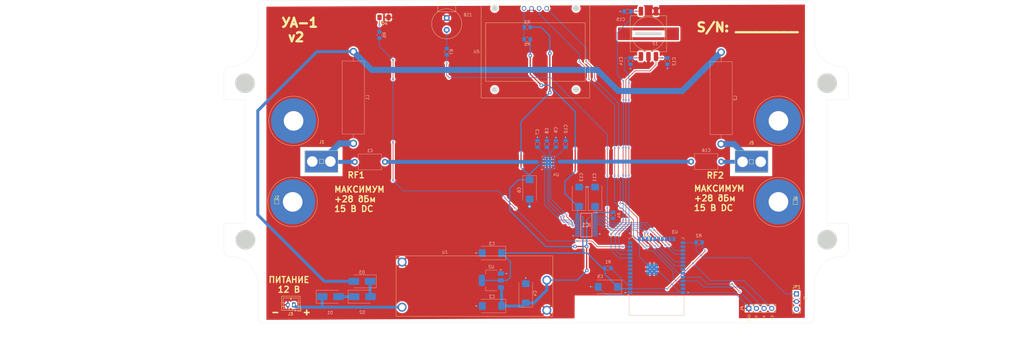
<source format=kicad_pcb>
(kicad_pcb (version 20240108) (generator "pcbnew") (generator_version "8.0")
  (layers (0 "F.Cu" signal) (31 "B.Cu" signal) (34 "B.Paste" user) (35 "F.Paste" user) (36 "B.SilkS" user "B.Silkscreen") (37 "F.SilkS" user "F.Silkscreen") (38 "B.Mask" user) (39 "F.Mask" user) (44 "Edge.Cuts" user))
  (net 0 "")
  (net 1 "Net-(BZ1--)")
  (net 2 "GND")
  (net 3 "Net-(U4-RF1)")
  (net 4 "Net-(J1-Pin_1)")
  (net 5 "+5V")
  (net 6 "+3.3V")
  (net 7 "Net-(U4-AGC1)")
  (net 8 "Net-(U4-AGC5)")
  (net 9 "Net-(U4-AGC6)")
  (net 10 "Net-(U4-AGC7)")
  (net 11 "/ENC_B")
  (net 12 "/ENC_A")
  (net 13 "/ENC_BTN")
  (net 14 "Net-(U4-RF2)")
  (net 15 "Net-(J5-Pin_1)")
  (net 16 "Net-(D1-A)")
  (net 17 "Net-(D1-K)")
  (net 18 "Net-(D2-A)")
  (net 19 "/Vline")
  (net 20 "Net-(D4-A)")
  (net 24 "/SI_5V")
  (net 27 "/LE_3V")
  (net 28 "/SH_CLK_3V")
  (net 30 "/RESET_3V")
  (net 31 "Net-(IC1-DIR)")
  (net 32 "/LE_5V")
  (net 33 "/SI_3V")
  (net 35 "/RESET_5V")
  (net 37 "/SH_CLK_5V")
  (net 38 "/TX0")
  (net 39 "/RX0")
  (net 40 "Net-(JP1-A)")
  (net 42 "Net-(U3-EN)")
  (net 43 "Net-(U5-VCC)")
  (net 44 "/LED")
  (net 45 "/BUZ")
  (net 46 "/OLED_SCL")
  (net 50 "/OLED_SDA")
  (footprint "Connector_PinHeader_2.54mm:PinHeader_1x03_P2.54mm_Vertical" (layer "F.Cu") (at 237.8 134.575)
    (property "Reference" "JP1")
    (property "Value" "PLS-3")
  )
  (footprint "Alexeyj4:MPN" (layer "F.Cu") (at 131 132)
    (property "Reference" "U1")
    (property "Value" "MP-N")
  )
  (footprint "Alexeyj4:OLED I2C" (layer "F.Cu") (at 151.2 53.5)
    (property "Reference" "U5")
    (property "Value" "OLED")
    (fp_circle (center -13.5 -13.75) (end -12.5 -13.75) (stroke (width 0.05)) (fill solid) (layer "Edge.Cuts"))
    (fp_circle (center -13.5 13.25) (end -12.5 13.25) (stroke (width 0.05)) (fill solid) (layer "Edge.Cuts"))
    (fp_circle (center 13.5 -13.75) (end 14.5 -13.75) (stroke (width 0.05)) (fill solid) (layer "Edge.Cuts"))
    (fp_circle (center 13.5 13.25) (end 14.5 13.25) (stroke (width 0.05)) (fill solid) (layer "Edge.Cuts"))
  )
  (footprint "TestPoint:TestPoint_Pad_1.0x1.0mm" (layer "F.Cu") (at 65.4 104)
    (property "Reference" "J2")
    (property "Value" "RF_base_gnd")
  )
  (footprint "Alexeyj4:HC0903A" (layer "F.Cu") (at 121.8 44.9)
    (property "Reference" "BZ1")
    (property "Value" "Buzzer")
  )
  (footprint "TestPoint:TestPoint_Pad_1.0x1.0mm" (layer "F.Cu") (at 222.8 90.7)
    (property "Reference" "J5")
    (property "Value" "RF_mine")
  )
  (footprint "TestPoint:TestPoint_Pad_1.0x1.0mm" (layer "F.Cu") (at 80.3 90.6)
    (property "Reference" "J1")
    (property "Value" "RF_base")
  )
  (footprint "LED_SMD:LED_1206_3216Metric_Pad1.42x1.75mm_HandSolder" (layer "F.Cu") (at 101 42.75 180)
    (property "Reference" "D4")
    (property "Value" "LED")
  )
  (footprint "Alexeyj4:RotaryEncoder EC11 SMD" (layer "F.Cu") (at 188.7 48.2)
    (property "Reference" "S1")
    (property "Value" "EC11")
    (fp_poly (pts (arc (start -4.025 0.475) (mid -4.5 0) (end -4.025 -0.475)) (arc (start 4.025 -0.475) (mid 4.5 0) (end 4.025 0.475))) (fill solid) (layer "Edge.Cuts"))
  )
  (footprint "TestPoint:TestPoint_Pad_1.0x1.0mm" (layer "F.Cu") (at 237.4 104.2)
    (property "Reference" "J6")
    (property "Value" "RF_mine_gnd")
  )
  (footprint "Connector_JST:JST_PH_B2B-PH-K_1x02_P2.00mm_Vertical" (layer "F.Cu") (at 71.1 138.25 180)
    (property "Reference" "J3")
    (property "Value" "12V")
  )
  (footprint "Connector_PinHeader_2.54mm:PinHeader_1x04_P2.54mm_Vertical" (layer "F.Cu") (at 221.98 139.4 90)
    (property "Reference" "J4")
    (property "Value" "UART_FW")
  )
  (footprint "Resistor_SMD:R_0805_2012Metric_Pad1.20x1.40mm_HandSolder" (layer "B.Cu") (at 177 108.5 90)
    (property "Reference" "R4")
    (property "Value" "1 кОм")
  )
  (footprint "Diode_SMD:D_SMB_Handsoldering" (layer "B.Cu") (at 83.2 135.5)
    (property "Reference" "D1")
    (property "Value" "10BQ040")
  )
  (footprint "Capacitor_SMD:C_0805_2012Metric_Pad1.18x1.45mm_HandSolder" (layer "B.Cu") (at 182.75 57.25 -90)
    (property "Reference" "C14")
    (property "Value" "100 нФ")
  )
  (footprint "Capacitor_THT:C_Disc_D7.5mm_W5.0mm_P10.00mm" (layer "B.Cu") (at 212.85 90.65 180)
    (property "Reference" "C16")
    (property "Value" "2,2 нФ")
  )
  (footprint "Capacitor_Tantalum_SMD:CP_EIA-7343-31_Kemet-D_Pad2.25x2.55mm_HandSolder" (layer "B.Cu") (at 175.25 132.25 180)
    (property "Reference" "C5")
    (property "Value" "47 мкФ")
  )
  (footprint "Resistor_SMD:R_0805_2012Metric_Pad1.20x1.40mm_HandSolder" (layer "B.Cu") (at 148.5 46 180)
    (property "Reference" "R3")
    (property "Value" "0 Ом")
  )
  (footprint "Capacitor_SMD:C_0805_2012Metric_Pad1.18x1.45mm_HandSolder" (layer "B.Cu") (at 158 84.8 90)
    (property "Reference" "C9")
    (property "Value" "330 пФ")
  )
  (footprint "Capacitor_Tantalum_SMD:CP_EIA-7343-31_Kemet-D_Pad2.25x2.55mm_HandSolder" (layer "B.Cu") (at 171 102.3 90)
    (property "Reference" "C11")
    (property "Value" "47 мкФ")
  )
  (footprint "Resistor_SMD:R_0805_2012Metric_Pad1.20x1.40mm_HandSolder" (layer "B.Cu") (at 175.25 126)
    (property "Reference" "R1")
    (property "Value" "10 кОм")
  )
  (footprint "Capacitor_SMD:C_0805_2012Metric_Pad1.18x1.45mm_HandSolder" (layer "B.Cu") (at 155 84.8 90)
    (property "Reference" "C8")
    (property "Value" "330 пФ")
  )
  (footprint "Diode_SMD:D_SMB_Handsoldering" (layer "B.Cu") (at 93.7 130.4 180)
    (property "Reference" "D3")
    (property "Value" "10BQ040")
  )
  (footprint "Capacitor_Tantalum_SMD:CP_EIA-7343-31_Kemet-D_Pad2.25x2.55mm_HandSolder" (layer "B.Cu") (at 148 134.4 90)
    (property "Reference" "C4")
    (property "Value" "47 мкФ")
  )
  (footprint "RF_Module:ESP32-WROOM-32D" (layer "B.Cu") (at 191.4 125.855)
    (property "Reference" "U3")
    (property "Value" "ESP32-WROOM-32E")
  )
  (footprint "Diode_SMD:D_SMB_Handsoldering" (layer "B.Cu") (at 93.8 135.5)
    (property "Reference" "D2")
    (property "Value" "10BQ040")
  )
  (footprint "Package_TO_SOT_SMD:SOT-223-3_TabPin2" (layer "B.Cu") (at 136.6 130.1 180)
    (property "Reference" "U2")
    (property "Value" "AMS1117-3.3")
  )
  (footprint "Package_DFN_QFN:QFN-24-1EP_4x4mm_P0.5mm_EP2.6x2.6mm_ThermalVias" (layer "B.Cu") (at 155.5 90.95)
    (property "Reference" "U4")
    (property "Value" "HMC542BLP4ETR")
  )
  (footprint "Resistor_SMD:R_0805_2012Metric_Pad1.20x1.40mm_HandSolder" (layer "B.Cu") (at 121.8 54.15 90)
    (property "Reference" "R7")
    (property "Value" "100 Ом")
  )
  (footprint "Inductor_THT:L_Axial_L24.0mm_D7.1mm_P30.48mm_Horizontal_Vishay_IM-10-28" (layer "B.Cu") (at 90.85 84.595 90)
    (property "Reference" "L1")
    (property "Value" "4 мГн мин.")
  )
  (footprint "Capacitor_Tantalum_SMD:CP_EIA-7343-31_Kemet-D_Pad2.25x2.55mm_HandSolder" (layer "B.Cu") (at 136.8 138.6 180)
    (property "Reference" "C2")
    (property "Value" "47 мкФ")
  )
  (footprint "Resistor_SMD:R_0805_2012Metric_Pad1.20x1.40mm_HandSolder" (layer "B.Cu") (at 99.5 48.6 90)
    (property "Reference" "R6")
    (property "Value" "1 кОм")
  )
  (footprint "Capacitor_SMD:C_0805_2012Metric_Pad1.18x1.45mm_HandSolder" (layer "B.Cu") (at 181.75 40.75 180)
    (property "Reference" "C15")
    (property "Value" "100 нФ")
  )
  (footprint "Capacitor_Tantalum_SMD:CP_EIA-7343-31_Kemet-D_Pad2.25x2.55mm_HandSolder" (layer "B.Cu") (at 165.7 102.3 90)
    (property "Reference" "C13")
    (property "Value" "47 мкФ")
  )
  (footprint "Inductor_THT:L_Axial_L24.0mm_D7.1mm_P30.48mm_Horizontal_Vishay_IM-10-28" (layer "B.Cu") (at 212.8 84.795 90)
    (property "Reference" "L2")
    (property "Value" "4 мГн мин.")
  )
  (footprint "Capacitor_Tantalum_SMD:CP_EIA-7343-31_Kemet-D_Pad2.25x2.55mm_HandSolder" (layer "B.Cu") (at 149.3 99.9 -90)
    (property "Reference" "C6")
    (property "Value" "47 мкФ")
  )
  (footprint "Capacitor_SMD:C_0805_2012Metric_Pad1.18x1.45mm_HandSolder" (layer "B.Cu") (at 161.2 84.8 90)
    (property "Reference" "C10")
    (property "Value" "330 пФ")
  )
  (footprint "Resistor_SMD:R_0805_2012Metric_Pad1.20x1.40mm_HandSolder" (layer "B.Cu") (at 205.5 117.5)
    (property "Reference" "R2")
    (property "Value" "10 кОм")
  )
  (footprint "Alexeyj4:SOP65P640X110-24N" (layer "B.Cu") (at 168.1 111.7 180)
    (property "Reference" "IC1")
    (property "Value" "74LVC4245APW,112" (hide yes))
  )
  (footprint "Capacitor_SMD:C_0805_2012Metric_Pad1.18x1.45mm_HandSolder" (layer "B.Cu") (at 195 57.25 -90)
    (property "Reference" "C12")
    (property "Value" "100 нФ")
  )
  (footprint "Capacitor_SMD:C_0805_2012Metric_Pad1.18x1.45mm_HandSolder" (layer "B.Cu") (at 151.9 84.8 90)
    (property "Reference" "C7")
    (property "Value" "330 пФ")
  )
  (footprint "Capacitor_THT:C_Disc_D7.5mm_W5.0mm_P10.00mm" (layer "B.Cu") (at 101.3 90.75 180)
    (property "Reference" "C1")
    (property "Value" "2,2 нФ")
  )
  (footprint "Resistor_SMD:R_0805_2012Metric_Pad1.20x1.40mm_HandSolder" (layer "B.Cu") (at 148.5 50)
    (property "Reference" "R5")
    (property "Value" "NU")
  )
  (footprint "Capacitor_Tantalum_SMD:CP_EIA-7343-31_Kemet-D_Pad2.25x2.55mm_HandSolder" (layer "B.Cu") (at 136.8 121 180)
    (property "Reference" "C3")
    (property "Value" "47 мкФ")
  )
  (gr_rect (start 217.5 87.1) (end 228.3 94.2) (stroke (width 0.2)) (fill solid) (layer "F.Cu") (net 15))
  (gr_rect (start 74.8 87.1) (end 85.6 94.2) (stroke (width 0.2)) (fill solid) (layer "F.Cu") (net 4))
  (gr_rect (start 217.5 87.1) (end 228.3 94.2) (stroke (width 0.2)) (fill solid) (layer "B.Cu") (net 15))
  (gr_rect (start 74.8 87.1) (end 85.6 94.2) (stroke (width 0.2)) (fill solid) (layer "B.Cu") (net 4))
  (gr_circle (center 71 77.143144) (end 78.3 80.893144) (stroke (width 0.1)) (fill none) (layer "F.SilkS"))
  (gr_circle (center 231.8 104.093144) (end 239.1 107.843144) (stroke (width 0.1)) (fill none) (layer "F.SilkS"))
  (gr_circle (center 70.7 104.043144) (end 78 107.793144) (stroke (width 0.1)) (fill none) (layer "F.SilkS"))
  (gr_rect (start 74.7 86.95) (end 85.8 94.3) (stroke (width 0.1)) (fill none) (layer "F.SilkS"))
  (gr_rect (start 217.35 87) (end 228.4 94.15) (stroke (width 0.1)) (fill none) (layer "F.SilkS"))
  (gr_circle (center 231.85 77.1) (end 239.15 80.85) (stroke (width 0.1)) (fill none) (layer "F.SilkS"))
  (gr_arc (start 252.906461 59.102461) (mid 246.440716 56.424229) (end 243.762461 49.958461) (stroke (width 0.05)) (layer "Edge.Cuts"))
  (gr_line (start 59.104461 49.958461) (end 59.104461 39.036461) (stroke (width 0.05)) (layer "Edge.Cuts"))
  (gr_line (start 254.938461 61.134461) (end 254.938461 70.075261) (stroke (width 0.05)) (layer "Edge.Cuts"))
  (gr_line (start 254.938461 111.121661) (end 254.938461 120.062461) (stroke (width 0.05)) (layer "Edge.Cuts"))
  (gr_arc (start 47.928461 61.134461) (mid 48.524 59.698) (end 49.960461 59.102461) (stroke (width 0.05)) (layer "Edge.Cuts"))
  (gr_line (start 243.762461 39.036461) (end 243.762461 49.958461) (stroke (width 0.05)) (layer "Edge.Cuts"))
  (gr_line (start 243.762461 131.238461) (end 243.762461 142.160461) (stroke (width 0.05)) (layer "Edge.Cuts"))
  (gr_line (start 55.040461 111.121661) (end 55.040461 70.075261) (stroke (width 0.05)) (layer "Edge.Cuts"))
  (gr_line (start 247.826461 70.075261) (end 247.826461 111.121661) (stroke (width 0.05)) (layer "Edge.Cuts"))
  (gr_line (start 61.136461 37.004461) (end 241.730461 37.004461) (stroke (width 0.05)) (layer "Edge.Cuts"))
  (gr_arc (start 243.762461 131.238461) (mid 246.440676 124.772676) (end 252.906461 122.094461) (stroke (width 0.05)) (layer "Edge.Cuts"))
  (gr_line (start 55.040461 70.075261) (end 47.928461 70.075261) (stroke (width 0.05)) (layer "Edge.Cuts"))
  (gr_circle (center 247.95 116.6) (end 251.2 116.6) (stroke (width 0.05)) (fill solid) (layer "Edge.Cuts"))
  (gr_line (start 247.826461 111.121661) (end 254.938461 111.121661) (stroke (width 0.05)) (layer "Edge.Cuts"))
  (gr_arc (start 243.762461 142.160461) (mid 243.166933 143.596933) (end 241.730461 144.192461) (stroke (width 0.05)) (layer "Edge.Cuts"))
  (gr_line (start 47.928461 70.075261) (end 47.928461 61.134461) (stroke (width 0.05)) (layer "Edge.Cuts"))
  (gr_arc (start 49.960461 122.094461) (mid 56.426245 124.772677) (end 59.104461 131.238461) (stroke (width 0.05)) (layer "Edge.Cuts"))
  (gr_line (start 59.104461 142.160461) (end 59.104461 131.238461) (stroke (width 0.05)) (layer "Edge.Cuts"))
  (gr_line (start 47.928461 111.121661) (end 55.040461 111.121661) (stroke (width 0.05)) (layer "Edge.Cuts"))
  (gr_arc (start 241.730461 37.004461) (mid 243.167341 37.599604) (end 243.762461 39.036461) (stroke (width 0.05)) (layer "Edge.Cuts"))
  (gr_arc (start 252.906461 59.102461) (mid 254.343341 59.697604) (end 254.938461 61.134461) (stroke (width 0.05)) (layer "Edge.Cuts"))
  (gr_arc (start 61.136461 144.192461) (mid 59.699999 143.596922) (end 59.104461 142.160461) (stroke (width 0.05)) (layer "Edge.Cuts"))
  (gr_arc (start 59.104461 39.036461) (mid 59.7 37.6) (end 61.136461 37.004461) (stroke (width 0.05)) (layer "Edge.Cuts"))
  (gr_line (start 47.928461 120.062461) (end 47.928461 111.121661) (stroke (width 0.05)) (layer "Edge.Cuts"))
  (gr_arc (start 254.938461 120.062461) (mid 254.342933 121.498933) (end 252.906461 122.094461) (stroke (width 0.05)) (layer "Edge.Cuts"))
  (gr_circle (center 247.95 64.6) (end 251.2 64.6) (stroke (width 0.05)) (fill solid) (layer "Edge.Cuts"))
  (gr_arc (start 59.104461 49.958461) (mid 56.426245 56.424245) (end 49.960461 59.102461) (stroke (width 0.05)) (layer "Edge.Cuts"))
  (gr_line (start 241.730461 144.192461) (end 61.136461 144.192461) (stroke (width 0.05)) (layer "Edge.Cuts"))
  (gr_arc (start 49.960461 122.094461) (mid 48.524 121.498922) (end 47.928461 120.062461) (stroke (width 0.05)) (layer "Edge.Cuts"))
  (gr_circle (center 54.9 64.6) (end 58.15 64.6) (stroke (width 0.05)) (fill solid) (layer "Edge.Cuts"))
  (gr_line (start 254.938461 70.075261) (end 247.826461 70.075261) (stroke (width 0.05)) (layer "Edge.Cuts"))
  (gr_circle (center 55.05 116.6) (end 58.3 116.6) (stroke (width 0.05)) (fill solid) (layer "Edge.Cuts"))
  (gr_text "TX" (at 227.55 143.15 90) (layer "F.SilkS") (effects (font (size 0.8 0.8) (thickness 0.1)) (justify left bottom)))
  (gr_text "-" (at 63.4 141.8 0) (layer "F.SilkS") (effects (font (size 2 2) (thickness 0.5) (bold yes)) (justify left bottom)))
  (gr_text "RF1" (at 88.7 96.3 0) (layer "F.SilkS") (effects (font (size 2 2) (thickness 0.4) (bold yes)) (justify left bottom)))
  (gr_text "RF2" (at 207.8 96.4 0) (layer "F.SilkS") (effects (font (size 2 2) (thickness 0.4) (bold yes)) (justify left bottom)))
  (gr_text "МАКСИМУМ\n+28 дБм\n15 В DC" (at 203.6 107.2 0) (layer "F.SilkS") (effects (font (size 2 2) (thickness 0.4) (bold yes)) (justify left bottom)))
  (gr_text "FW" (at 239.95 136.5 0) (layer "F.SilkS") (effects (font (size 0.8 0.8) (thickness 0.1)) (justify left bottom)))
  (gr_text "ПИТАНИЕ\n  12 В" (at 62.5 134.3 0) (layer "F.SilkS") (effects (font (size 2 2) (thickness 0.4) (bold yes)) (justify left bottom)))
  (gr_text "S/N: _________" (at 204.3 47.8 0) (layer "F.SilkS") (effects (font (size 3 3) (thickness 0.75) (bold yes)) (justify left bottom)))
  (gr_text "МАКСИМУМ\n+28 дБм\n15 В DC" (at 84.3 107.5 0) (layer "F.SilkS") (effects (font (size 2 2) (thickness 0.4) (bold yes)) (justify left bottom)))
  (gr_text "RX" (at 224.95 143.3 90) (layer "F.SilkS") (effects (font (size 0.8 0.8) (thickness 0.1)) (justify left bottom)))
  (gr_text "+3" (at 230.25 143.55 90) (layer "F.SilkS") (effects (font (size 0.8 0.8) (thickness 0.1)) (justify left bottom)))
  (gr_text "GND" (at 222.55 143.85 90) (layer "F.SilkS") (effects (font (size 0.8 0.8) (thickness 0.1)) (justify left bottom)))
  (gr_text "УА-1\n v2" (at 66.5 51.1 0) (layer "F.SilkS") (effects (font (size 3 3) (thickness 0.75) (bold yes)) (justify left bottom)))
  (gr_text "+" (at 73.8 141.8 0) (layer "F.SilkS") (effects (font (size 2 2) (thickness 0.5) (bold yes)) (justify left bottom)))
  (segment (start 121.8 46.9) (end 121.8 53.15) (width 0.2) (layer "B.Cu") (net 1))
  (segment (start 188.7 55.7) (end 188.7 57.75) (width 1) (layer "F.Cu") (net 2))
  (segment (start 188.15 58.3) (end 183.9 58.3) (width 0.2) (layer "F.Cu") (net 2))
  (segment (start 183.9 58.3) (end 182.75 59.45) (width 0.2) (layer "F.Cu") (net 2))
  (segment (start 182.75 59.45) (end 182.75 59.8) (width 0.2) (layer "F.Cu") (net 2))
  (segment (start 188.7 57.75) (end 188.15 58.3) (width 0.2) (layer "F.Cu") (net 2))
  (via (at 71.012461 77.119461) (size 15) (drill 6.5) (layers "F.Cu" "B.Cu") (net 2))
  (via (at 231.812461 104.019461) (size 15) (drill 6.5) (layers "F.Cu" "B.Cu") (net 2))
  (via (at 161.2 82.6) (size 0.6) (drill 0.3) (layers "F.Cu" "B.Cu") (net 2))
  (via (at 149.25 105.55) (size 1.2) (drill 0.6) (layers "F.Cu" "B.Cu") (net 2))
  (via (at 179.35 40.75) (size 0.6) (drill 0.3) (layers "F.Cu" "B.Cu") (net 2))
  (via (at 158 82.65) (size 0.6) (drill 0.3) (layers "F.Cu" "B.Cu") (net 2))
  (via (at 169.55 132.2) (size 0.6) (drill 0.3) (layers "F.Cu" "B.Cu") (net 2))
  (via (at 163.75 115.3) (size 0.6) (drill 0.3) (layers "F.Cu" "B.Cu") (net 2))
  (via (at 155 82.6) (size 0.6) (drill 0.3) (layers "F.Cu" "B.Cu") (net 2))
  (via (at 181.05 134.15) (size 0.6) (drill 0.3) (layers "F.Cu" "B.Cu") (net 2))
  (via (at 231.812461 77.119461) (size 15) (drill 6.5) (layers "F.Cu" "B.Cu") (net 2))
  (via (at 151.9 82.55) (size 0.6) (drill 0.3) (layers "F.Cu" "B.Cu") (net 2))
  (via (at 131.55 138.6) (size 0.6) (drill 0.3) (layers "F.Cu" "B.Cu") (net 2))
  (via (at 70.712461 104.019461) (size 15) (drill 6.5) (layers "F.Cu" "B.Cu") (net 2))
  (via (at 148 129.3) (size 0.6) (drill 0.3) (layers "F.Cu" "B.Cu") (net 2))
  (via (at 201.85 134.1) (size 0.6) (drill 0.3) (layers "F.Cu" "B.Cu") (net 2))
  (via (at 182.75 59.8) (size 0.6) (drill 0.3) (layers "F.Cu" "B.Cu") (net 2))
  (via (at 131.5 121) (size 0.6) (drill 0.3) (layers "F.Cu" "B.Cu") (net 2))
  (via (at 195 59.7) (size 0.6) (drill 0.3) (layers "F.Cu" "B.Cu") (net 2))
  (via (at 182.45 114.45) (size 0.6) (drill 0.3) (layers "F.Cu" "B.Cu") (net 2))
  (via (at 172.55 114.65) (size 0.6) (drill 0.3) (layers "F.Cu" "B.Cu") (net 2))
  (via (at 168.35 99.1) (size 0.6) (drill 0.3) (layers "F.Cu" "B.Cu") (net 2))
  (via (at 141.65 127.85) (size 0.6) (drill 0.3) (layers "F.Cu" "B.Cu") (net 2))
  (segment (start 181.045 134.105) (end 181.05 134.1) (width 0.2) (layer "B.Cu") (net 2))
  (segment (start 172.05 132.25) (end 169.6 132.25) (width 0.2) (layer "B.Cu") (net 2))
  (segment (start 182.75 58.2875) (end 182.75 59.8) (width 0.2) (layer "B.Cu") (net 2))
  (segment (start 168.35 99.1) (end 165.7 99.1) (width 0.2) (layer "B.Cu") (net 2))
  (segment (start 155 83.7625) (end 155 82.6) (width 0.2) (layer "B.Cu") (net 2))
  (segment (start 163.775 115.275) (end 163.75 115.3) (width 0.2) (layer "B.Cu") (net 2))
  (segment (start 166.4 109.9) (end 165.925 109.425) (width 0.2) (layer "B.Cu") (net 2))
  (segment (start 169.6 132.25) (end 169.55 132.2) (width 0.2) (layer "B.Cu") (net 2))
  (segment (start 180.7125 40.75) (end 179.35 40.75) (width 0.2) (layer "B.Cu") (net 2))
  (segment (start 139.75 127.8) (end 139.75 127.15) (width 0.2) (layer "B.Cu") (net 2))
  (segment (start 171.038 114.625) (end 172.525 114.625) (width 0.2) (layer "B.Cu") (net 2))
  (segment (start 200.15 134.105) (end 199.2 134.105) (width 0.2) (layer "B.Cu") (net 2))
  (segment (start 139.75 127.8) (end 141.6 127.8) (width 0.2) (layer "B.Cu") (net 2))
  (segment (start 158 83.7625) (end 158 82.65) (width 0.2) (layer "B.Cu") (net 2))
  (segment (start 133.6 121) (end 131.5 121) (width 0.2) (layer "B.Cu") (net 2))
  (segment (start 182.45 114.45) (end 184.345 116.345) (width 0.2) (layer "B.Cu") (net 2))
  (segment (start 185.69 122.175) (end 189.9 126.385) (width 0.2) (layer "B.Cu") (net 2))
  (segment (start 191.48 126.385) (end 189.9 126.385) (width 0.2) (layer "B.Cu") (net 2))
  (segment (start 151.9 83.7625) (end 151.9 82.55) (width 0.2) (layer "B.Cu") (net 2))
  (segment (start 172.525 114.625) (end 172.55 114.65) (width 0.2) (layer "B.Cu") (net 2))
  (segment (start 171.038 115.275) (end 171.038 114.625) (width 0.2) (layer "B.Cu") (net 2))
  (segment (start 166.4 114.9745) (end 166.4 109.9) (width 0.2) (layer "B.Cu") (net 2))
  (segment (start 217.105 134.105) (end 201.855 134.105) (width 0.2) (layer "B.Cu") (net 2))
  (segment (start 165.162 115.275) (end 163.775 115.275) (width 0.2) (layer "B.Cu") (net 2))
  (segment (start 149.3 103.1) (end 149.3 105.5) (width 0.4) (layer "B.Cu") (net 2))
  (segment (start 201.845 134.105) (end 200.15 134.105) (width 0.2) (layer "B.Cu") (net 2))
  (segment (start 185.69 116.345) (end 185.69 122.175) (width 0.2) (layer "B.Cu") (net 2))
  (segment (start 181 134.15) (end 180.3 134.85) (width 0.2) (layer "B.Cu") (net 2))
  (segment (start 195 58.2875) (end 195 59.7) (width 0.2) (layer "B.Cu") (net 2))
  (segment (start 182.65 134.105) (end 200.15 134.105) (width 0.2) (layer "B.Cu") (net 2))
  (segment (start 182.65 134.105) (end 181.045 134.105) (width 0.2) (layer "B.Cu") (net 2))
  (segment (start 166.0995 115.275) (end 166.4 114.9745) (width 0.2) (layer "B.Cu") (net 2))
  (segment (start 133.6 138.6) (end 131.55 138.6) (width 0.2) (layer "B.Cu") (net 2))
  (segment (start 148 131.2) (end 148 129.3) (width 0.2) (layer "B.Cu") (net 2))
  (segment (start 184.345 116.345) (end 185.69 116.345) (width 0.2) (layer "B.Cu") (net 2))
  (segment (start 180.3 134.85) (end 174.65 134.85) (width 0.2) (layer "B.Cu") (net 2))
  (segment (start 149.3 105.5) (end 149.25 105.55) (width 0.2) (layer "B.Cu") (net 2))
  (segment (start 201.85 134.1) (end 201.845 134.105) (width 0.2) (layer "B.Cu") (net 2))
  (segment (start 171 99.1) (end 168.35 99.1) (width 0.2) (layer "B.Cu") (net 2))
  (segment (start 221.98 139.4) (end 221.98 138.98) (width 0.2) (layer "B.Cu") (net 2))
  (segment (start 161.2 83.7625) (end 161.2 82.6) (width 0.2) (layer "B.Cu") (net 2))
  (segment (start 174.65 134.85) (end 172.05 132.25) (width 0.2) (layer "B.Cu") (net 2))
  (segment (start 165.162 115.275) (end 166.0995 115.275) (width 0.2) (layer "B.Cu") (net 2))
  (segment (start 141.6 127.8) (end 141.65 127.85) (width 0.2) (layer "B.Cu") (net 2))
  (segment (start 201.855 134.105) (end 201.85 134.1) (width 0.2) (layer "B.Cu") (net 2))
  (segment (start 165.925 109.425) (end 165.162 109.425) (width 0.2) (layer "B.Cu") (net 2))
  (segment (start 221.98 138.98) (end 217.105 134.105) (width 0.2) (layer "B.Cu") (net 2))
  (segment (start 181.05 134.1) (end 181.05 134.15) (width 0.2) (layer "B.Cu") (net 2))
  (segment (start 199.2 134.105) (end 191.48 126.385) (width 0.2) (layer "B.Cu") (net 2))
  (segment (start 181.05 134.15) (end 181 134.15) (width 0.2) (layer "B.Cu") (net 2))
  (segment (start 151.7 90.75) (end 151.75 90.7) (width 0.2) (layer "B.Cu") (net 3))
  (segment (start 151.75 90.7) (end 153.5625 90.7) (width 0.2) (layer "B.Cu") (net 3))
  (segment (start 101.3 90.75) (end 151.7 90.75) (width 1.3) (layer "B.Cu") (net 3))
  (via (at 77.212461 90.619461) (size 5) (drill 3.5) (layers "F.Cu" "B.Cu") (net 4))
  (via (at 83.212461 90.619461) (size 5) (drill 3.5) (layers "F.Cu" "B.Cu") (net 4))
  (segment (start 91.3 90.75) (end 83.343 90.75) (width 1.3) (layer "B.Cu") (net 4))
  (segment (start 83.212461 90.619461) (end 77.212461 90.619461) (width 0.2) (layer "B.Cu") (net 4))
  (segment (start 83.343 90.75) (end 83.212461 90.619461) (width 0.2) (layer "B.Cu") (net 4))
  (segment (start 86.255 84.595) (end 80.2 90.65) (width 2) (layer "B.Cu") (net 4))
  (segment (start 90.85 84.595) (end 86.255 84.595) (width 2) (layer "B.Cu") (net 4))
  (segment (start 168.2 126.8) (end 168.25 126.8) (width 0.2) (layer "F.Cu") (net 5))
  (segment (start 156 67.75) (end 156 54.7) (width 0.4) (layer "F.Cu") (net 5))
  (segment (start 168.2 126.8) (end 168.2 118.85) (width 0.4) (layer "F.Cu") (net 5))
  (segment (start 146.45 88) (end 146.45 92.6) (width 0.4) (layer "F.Cu") (net 5))
  (segment (start 168.2 118.85) (end 164.35 118.85) (width 0.4) (layer "F.Cu") (net 5))
  (via (at 168.2 118.85) (size 1.2) (drill 0.6) (layers "F.Cu" "B.Cu") (net 5))
  (via (at 168.25 126.8) (size 1.2) (drill 0.6) (layers "F.Cu" "B.Cu") (net 5))
  (via (at 156 54.7) (size 1.2) (drill 0.6) (layers "F.Cu" "B.Cu") (net 5))
  (via (at 146.45 88) (size 0.6) (drill 0.3) (layers "F.Cu" "B.Cu") (net 5))
  (via (at 164.35 118.85) (size 1.2) (drill 0.6) (layers "F.Cu" "B.Cu") (net 5))
  (via (at 146.45 92.6) (size 0.6) (drill 0.3) (layers "F.Cu" "B.Cu") (net 5))
  (via (at 156 67.75) (size 1.2) (drill 0.6) (layers "F.Cu" "B.Cu") (net 5))
  (segment (start 156 54.7) (end 156 48.9) (width 0.4) (layer "B.Cu") (net 5))
  (segment (start 168.25 126.8) (end 168.2 126.8) (width 0.2) (layer "B.Cu") (net 5))
  (segment (start 148.7 94.85) (end 149.3 94.85) (width 0.4) (layer "B.Cu") (net 5))
  (segment (start 156 48.9) (end 153.1 46) (width 0.4) (layer "B.Cu") (net 5))
  (segment (start 171.663 107.5) (end 171.038 108.125) (width 0.4) (layer "B.Cu") (net 5))
  (segment (start 170.1005 108.125) (end 171.038 108.125) (width 0.2) (layer "B.Cu") (net 5))
  (segment (start 155 130) (end 165.05 130) (width 0.4) (layer "B.Cu") (net 5))
  (segment (start 153.1 46) (end 149.5 46) (width 0.4) (layer "B.Cu") (net 5))
  (segment (start 142.7 99.6) (end 145.6 96.7) (width 0.4) (layer "B.Cu") (net 5))
  (segment (start 146.45 92.6) (end 148.7 94.85) (width 0.4) (layer "B.Cu") (net 5))
  (segment (start 140 138.6) (end 147 138.6) (width 1) (layer "B.Cu") (net 5))
  (segment (start 164.35 118.85) (end 154.65 118.85) (width 0.4) (layer "B.Cu") (net 5))
  (segment (start 146.45 77.3) (end 146.45 88) (width 0.4) (layer "B.Cu") (net 5))
  (segment (start 168.2 118.85) (end 168.2 110.0255) (width 0.4) (layer "B.Cu") (net 5))
  (segment (start 148 137.6) (end 150.7 137.6) (width 1) (layer "B.Cu") (net 5))
  (segment (start 155 133.3) (end 155 130) (width 1) (layer "B.Cu") (net 5))
  (segment (start 165.05 130) (end 168.25 126.8) (width 0.4) (layer "B.Cu") (net 5))
  (segment (start 142.7 106.9) (end 142.7 99.6) (width 0.4) (layer "B.Cu") (net 5))
  (segment (start 140 138.6) (end 140 132.65) (width 1) (layer "B.Cu") (net 5))
  (segment (start 168.2 110.0255) (end 170.1005 108.125) (width 0.2) (layer "B.Cu") (net 5))
  (segment (start 147 138.6) (end 148 137.6) (width 1) (layer "B.Cu") (net 5))
  (segment (start 145.6 96.7) (end 149.3 96.7) (width 0.4) (layer "B.Cu") (net 5))
  (segment (start 177 107.5) (end 171.663 107.5) (width 0.4) (layer "B.Cu") (net 5))
  (segment (start 150.7 137.6) (end 155 133.3) (width 1) (layer "B.Cu") (net 5))
  (segment (start 156 67.75) (end 146.45 77.3) (width 0.4) (layer "B.Cu") (net 5))
  (segment (start 154.65 118.85) (end 142.7 106.9) (width 0.4) (layer "B.Cu") (net 5))
  (segment (start 152.45 91.7) (end 153.5625 91.7) (width 0.2) (layer "B.Cu") (net 5))
  (segment (start 171 106.837) (end 171.663 107.5) (width 0.4) (layer "B.Cu") (net 5))
  (segment (start 149.3 94.85) (end 152.45 91.7) (width 0.4) (layer "B.Cu") (net 5))
  (segment (start 171 105.5) (end 171 106.837) (width 0.4) (layer "B.Cu") (net 5))
  (segment (start 140 132.65) (end 139.75 132.4) (width 0.2) (layer "B.Cu") (net 5))
  (segment (start 149.3 96.7) (end 149.3 94.85) (width 0.4) (layer "B.Cu") (net 5))
  (segment (start 153.2 65.3) (end 149.5 61.6) (width 0.4) (layer "F.Cu") (net 6))
  (segment (start 203.5125 124.3625) (end 207.575 120.3) (width 0.2) (layer "F.Cu") (net 6))
  (segment (start 149.5 61.6) (end 149.5 55.45) (width 0.4) (layer "F.Cu") (net 6))
  (segment (start 164.4 93.85) (end 164.4 86.45) (width 0.4) (layer "F.Cu") (net 6))
  (segment (start 194.95 132.925) (end 203.5125 124.3625) (width 0.2) (layer "F.Cu") (net 6))
  (segment (start 207.575 120.3) (end 207.575 120.175) (width 0.2) (layer "F.Cu") (net 6))
  (via (at 164.4 93.85) (size 0.6) (drill 0.3) (layers "F.Cu" "B.Cu") (net 6))
  (via (at 203.5125 124.3625) (size 0.6) (drill 0.3) (layers "F.Cu" "B.Cu") (net 6))
  (via (at 153.2 65.3) (size 1.2) (drill 0.6) (layers "F.Cu" "B.Cu") (net 6))
  (via (at 149.5 55.45) (size 1.2) (drill 0.6) (layers "F.Cu" "B.Cu") (net 6))
  (via (at 207.575 120.175) (size 0.6) (drill 0.3) (layers "F.Cu" "B.Cu") (net 6))
  (via (at 194.95 132.925) (size 0.6) (drill 0.3) (layers "F.Cu" "B.Cu") (net 6))
  (via (at 164.4 86.45) (size 0.6) (drill 0.3) (layers "F.Cu" "B.Cu") (net 6))
  (segment (start 206.5 119.1) (end 206.5 117.5) (width 0.2) (layer "B.Cu") (net 6))
  (segment (start 140 121) (end 166.95 121) (width 0.4) (layer "B.Cu") (net 6))
  (segment (start 161 101.25) (end 161 97.25) (width 0.4) (layer "B.Cu") (net 6))
  (segment (start 155.7 65.3) (end 153.2 65.3) (width 0.4) (layer "B.Cu") (net 6))
  (segment (start 166.95 121) (end 168.4 121) (width 0.4) (layer "B.Cu") (net 6))
  (segment (start 133.45 130.1) (end 139.75 130.1) (width 0.4) (layer "B.Cu") (net 6))
  (segment (start 139.75 130.1) (end 141.8 130.1) (width 0.4) (layer "B.Cu") (net 6))
  (segment (start 165.162 108.775) (end 165.162 106.038) (width 0.4) (layer "B.Cu") (net 6))
  (segment (start 164.4 86.45) (end 164.4 74) (width 0.4) (layer "B.Cu") (net 6))
  (segment (start 161 97.25) (end 164.35 93.9) (width 0.4) (layer "B.Cu") (net 6))
  (segment (start 174.25 128.05) (end 178.45 132.25) (width 0.4) (layer "B.Cu") (net 6))
  (segment (start 141.8 130.1) (end 142.9 129) (width 0.4) (layer "B.Cu") (net 6))
  (segment (start 142.9 123.9) (end 140 121) (width 0.4) (layer "B.Cu") (net 6))
  (segment (start 173.4 126) (end 174.25 126) (width 0.4) (layer "B.Cu") (net 6))
  (segment (start 179.035 132.835) (end 182.65 132.835) (width 0.4) (layer "B.Cu") (net 6))
  (segment (start 220.35 130.15) (end 209.3 130.15) (width 0.2) (layer "B.Cu") (net 6))
  (segment (start 165.25 105.5) (end 161 101.25) (width 0.4) (layer "B.Cu") (net 6))
  (segment (start 164.35 93.9) (end 164.4 93.85) (width 0.4) (layer "B.Cu") (net 6))
  (segment (start 166.775 108.775) (end 166.95 108.95) (width 0.2) (layer "B.Cu") (net 6))
  (segment (start 168.475 121.075) (end 173.4 126) (width 0.4) (layer "B.Cu") (net 6))
  (segment (start 229.6 139.4) (end 220.35 130.15) (width 0.2) (layer "B.Cu") (net 6))
  (segment (start 164.4 86.4) (end 164.4 86.45) (width 0.4) (layer "B.Cu") (net 6))
  (segment (start 165.162 106.038) (end 165.7 105.5) (width 0.2) (layer "B.Cu") (net 6))
  (segment (start 174.25 126) (end 174.25 128.05) (width 0.4) (layer "B.Cu") (net 6))
  (segment (start 166.95 108.95) (end 166.95 121) (width 0.4) (layer "B.Cu") (net 6))
  (segment (start 142.9 129) (end 142.9 123.9) (width 0.4) (layer "B.Cu") (net 6))
  (segment (start 165.7 105.5) (end 165.25 105.5) (width 0.2) (layer "B.Cu") (net 6))
  (segment (start 149.5 55.45) (end 149.5 50) (width 0.4) (layer "B.Cu") (net 6))
  (segment (start 164.4 74) (end 155.7 65.3) (width 0.4) (layer "B.Cu") (net 6))
  (segment (start 165.162 108.125) (end 165.162 108.775) (width 0.2) (layer "B.Cu") (net 6))
  (segment (start 178.45 132.25) (end 179.035 132.835) (width 0.2) (layer "B.Cu") (net 6))
  (segment (start 207.575 120.175) (end 206.5 119.1) (width 0.2) (layer "B.Cu") (net 6))
  (segment (start 209.3 130.15) (end 203.5125 124.3625) (width 0.2) (layer "B.Cu") (net 6))
  (segment (start 168.4 121) (end 168.475 121.075) (width 0.2) (layer "B.Cu") (net 6))
  (segment (start 165.162 108.775) (end 166.775 108.775) (width 0.2) (layer "B.Cu") (net 6))
  (segment (start 194.86 132.835) (end 194.95 132.925) (width 0.2) (layer "B.Cu") (net 6))
  (segment (start 182.65 132.835) (end 194.86 132.835) (width 0.2) (layer "B.Cu") (net 6))
  (segment (start 154.75 89.0125) (end 155.25 89.0125) (width 0.2) (layer "B.Cu") (net 7))
  (segment (start 154.25 89.0125) (end 153.5625 89.7) (width 0.2) (layer "B.Cu") (net 7))
  (segment (start 154.25 88.1875) (end 151.9 85.8375) (width 0.2) (layer "B.Cu") (net 7))
  (segment (start 154.25 89.0125) (end 154.75 89.0125) (width 0.2) (layer "B.Cu") (net 7))
  (segment (start 154.25 89.0125) (end 154.25 88.1875) (width 0.2) (layer "B.Cu") (net 7))
  (segment (start 155.75 86.9) (end 155.75 89.0125) (width 0.2) (layer "B.Cu") (net 8))
  (segment (start 155 86.15) (end 155.75 86.9) (width 0.2) (layer "B.Cu") (net 8))
  (segment (start 155 85.8375) (end 155 86.15) (width 0.2) (layer "B.Cu") (net 8))
  (segment (start 158 85.8375) (end 156.25 87.5875) (width 0.2) (layer "B.Cu") (net 9))
  (segment (start 156.25 87.5875) (end 156.25 89.0125) (width 0.2) (layer "B.Cu") (net 9))
  (segment (start 157.4375 89.7) (end 161.2 85.9375) (width 0.2) (layer "B.Cu") (net 10))
  (segment (start 161.2 85.9375) (end 161.2 85.8375) (width 0.2) (layer "B.Cu") (net 10))
  (segment (start 177.75 114.65) (end 181.1 111.3) (width 0.2) (layer "F.Cu") (net 11))
  (segment (start 177.75 114.75) (end 177.75 114.65) (width 0.2) (layer "F.Cu") (net 11))
  (segment (start 181.25 110.15) (end 181.25 110.1) (width 0.2) (layer "F.Cu") (net 11))
  (segment (start 181.25 111.15) (end 181.25 110.15) (width 0.2) (layer "F.Cu") (net 11))
  (segment (start 181.2 94.9) (end 181.2 86) (width 0.2) (layer "F.Cu") (net 11))
  (segment (start 184.25 60.5) (end 189.2 60.5) (width 0.2) (layer "F.Cu") (net 11))
  (segment (start 181.2 70.2) (end 181.2 63.55) (width 0.2) (layer "F.Cu") (net 11))
  (segment (start 189.2 60.5) (end 191.2 58.5) (width 0.2) (layer "F.Cu") (net 11))
  (segment (start 191.2 58.5) (end 191.2 55.7) (width 0.2) (layer "F.Cu") (net 11))
  (segment (start 181.1 111.3) (end 181.25 111.15) (width 0.2) (layer "F.Cu") (net 11))
  (segment (start 191.2 55.7) (end 191.7 56.2) (width 0.2) (layer "F.Cu") (net 11))
  (segment (start 181.2 95.4) (end 181.2 94.9) (width 0.2) (layer "F.Cu") (net 11))
  (segment (start 183.4 61.35) (end 184.25 60.5) (width 0.2) (layer "F.Cu") (net 11))
  (segment (start 191.7 56.2) (end 193.25 56.2) (width 0.2) (layer "F.Cu") (net 11))
  (segment (start 181.2 63.55) (end 183.4 61.35) (width 0.2) (layer "F.Cu") (net 11))
  (segment (start 181.25 110.1) (end 181.2 110.05) (width 0.2) (layer "F.Cu") (net 11))
  (via (at 193.25 56.2) (size 0.6) (drill 0.3) (layers "F.Cu" "B.Cu") (net 11))
  (via (at 177.75 114.75) (size 0.6) (drill 0.3) (layers "F.Cu" "B.Cu") (net 11))
  (via (at 181.2 95.4) (size 0.6) (drill 0.3) (layers "F.Cu" "B.Cu") (net 11))
  (via (at 181.2 70.2) (size 0.6) (drill 0.3) (layers "F.Cu" "B.Cu") (net 11))
  (via (at 181.2 86) (size 0.6) (drill 0.3) (layers "F.Cu" "B.Cu") (net 11))
  (via (at 181.2 110.05) (size 0.6) (drill 0.3) (layers "F.Cu" "B.Cu") (net 11))
  (segment (start 181.2 109.65) (end 181.2 95.35) (width 0.2) (layer "B.Cu") (net 11))
  (segment (start 181.2 110.05) (end 181.2 109.65) (width 0.2) (layer "B.Cu") (net 11))
  (segment (start 179.205 121.405) (end 177.75 119.95) (width 0.2) (layer "B.Cu") (net 11))
  (segment (start 177.75 114.8) (end 177.75 114.75) (width 0.2) (layer "B.Cu") (net 11))
  (segment (start 193.2625 56.2125) (end 193.25 56.2) (width 0.2) (layer "B.Cu") (net 11))
  (segment (start 181.2 95.35) (end 181.2 95.4) (width 0.2) (layer "B.Cu") (net 11))
  (segment (start 177.75 119.95) (end 177.75 114.8) (width 0.2) (layer "B.Cu") (net 11))
  (segment (start 181.2 86) (end 181.2 70.2) (width 0.2) (layer "B.Cu") (net 11))
  (segment (start 195 56.2125) (end 193.2625 56.2125) (width 0.2) (layer "B.Cu") (net 11))
  (segment (start 182.65 121.405) (end 179.205 121.405) (width 0.2) (layer "B.Cu") (net 11))
  (segment (start 182.2 95.25) (end 182.2 86.05) (width 0.2) (layer "F.Cu") (net 12))
  (segment (start 179 114.55) (end 181.3 112.25) (width 0.2) (layer "F.Cu") (net 12))
  (segment (start 184.45 56.2) (end 185.7 56.2) (width 0.2) (layer "F.Cu") (net 12))
  (segment (start 182.2 70.25) (end 182.2 64.4) (width 0.2) (layer "F.Cu") (net 12))
  (segment (start 182.25 111.3) (end 182.25 110.1) (width 0.2) (layer "F.Cu") (net 12))
  (segment (start 179 114.8) (end 179 114.55) (width 0.2) (layer "F.Cu") (net 12))
  (segment (start 181.3 112.25) (end 182.25 111.3) (width 0.2) (layer "F.Cu") (net 12))
  (segment (start 185.7 56.2) (end 186.2 55.7) (width 0.2) (layer "F.Cu") (net 12))
  (via (at 182.2 64.4) (size 0.6) (drill 0.3) (layers "F.Cu" "B.Cu") (net 12))
  (via (at 182.2 70.25) (size 0.6) (drill 0.3) (layers "F.Cu" "B.Cu") (net 12))
  (via (at 182.2 86.05) (size 0.6) (drill 0.3) (layers "F.Cu" "B.Cu") (net 12))
  (via (at 184.45 56.2) (size 0.6) (drill 0.3) (layers "F.Cu" "B.Cu") (net 12))
  (via (at 179 114.8) (size 0.6) (drill 0.3) (layers "F.Cu" "B.Cu") (net 12))
  (via (at 182.2 95.25) (size 0.6) (drill 0.3) (layers "F.Cu" "B.Cu") (net 12))
  (via (at 182.25 110.1) (size 0.6) (drill 0.3) (layers "F.Cu" "B.Cu") (net 12))
  (segment (start 182.25 110.1) (end 182.25 95.35) (width 0.2) (layer "B.Cu") (net 12))
  (segment (start 182.2 95.3) (end 182.2 95.25) (width 0.2) (layer "B.Cu") (net 12))
  (segment (start 182.2 61.75) (end 180.75 60.3) (width 0.2) (layer "B.Cu") (net 12))
  (segment (start 182.25 95.35) (end 182.2 95.3) (width 0.2) (layer "B.Cu") (net 12))
  (segment (start 179.385 120.135) (end 179 119.75) (width 0.2) (layer "B.Cu") (net 12))
  (segment (start 180.75 60.3) (end 180.75 56.25) (width 0.2) (layer "B.Cu") (net 12))
  (segment (start 180.95 56.25) (end 180.9875 56.2125) (width 0.2) (layer "B.Cu") (net 12))
  (segment (start 180.9875 56.2125) (end 182.75 56.2125) (width 0.2) (layer "B.Cu") (net 12))
  (segment (start 179 119.75) (end 179 114.8) (width 0.2) (layer "B.Cu") (net 12))
  (segment (start 182.75 56.2125) (end 184.4375 56.2125) (width 0.2) (layer "B.Cu") (net 12))
  (segment (start 180.75 56.25) (end 180.95 56.25) (width 0.2) (layer "B.Cu") (net 12))
  (segment (start 182.2 64.4) (end 182.2 61.75) (width 0.2) (layer "B.Cu") (net 12))
  (segment (start 182.65 120.135) (end 179.385 120.135) (width 0.2) (layer "B.Cu") (net 12))
  (segment (start 182.2 86.05) (end 182.2 70.25) (width 0.2) (layer "B.Cu") (net 12))
  (segment (start 184.4375 56.2125) (end 184.45 56.2) (width 0.2) (layer "B.Cu") (net 12))
  (segment (start 180.25 110.1) (end 180.3 110.05) (width 0.2) (layer "F.Cu") (net 13))
  (segment (start 176.3 114.65) (end 177.2 113.75) (width 0.2) (layer "F.Cu") (net 13))
  (segment (start 176.3 114.75) (end 176.3 114.65) (width 0.2) (layer "F.Cu") (net 13))
  (segment (start 180.25 110.7) (end 180.25 110.15) (width 0.2) (layer "F.Cu") (net 13))
  (segment (start 180.35 70.2) (end 180.35 63.85) (width 0.2) (layer "F.Cu") (net 13))
  (segment (start 180.3 95.3) (end 180.3 94.8) (width 0.2) (layer "F.Cu") (net 13))
  (segment (start 186.2 40.7) (end 184.55 40.7) (width 0.2) (layer "F.Cu") (net 13))
  (segment (start 180.25 110.15) (end 180.25 110.1) (width 0.2) (layer "F.Cu") (net 13))
  (segment (start 180.3 94.8) (end 180.3 86) (width 0.2) (layer "F.Cu") (net 13))
  (segment (start 177.2 113.75) (end 180.25 110.7) (width 0.2) (layer "F.Cu") (net 13))
  (via (at 180.35 70.2) (size 0.6) (drill 0.3) (layers "F.Cu" "B.Cu") (net 13))
  (via (at 180.3 95.3) (size 0.6) (drill 0.3) (layers "F.Cu" "B.Cu") (net 13))
  (via (at 184.55 40.7) (size 0.6) (drill 0.3) (layers "F.Cu" "B.Cu") (net 13))
  (via (at 176.3 114.75) (size 0.6) (drill 0.3) (layers "F.Cu" "B.Cu") (net 13))
  (via (at 180.35 63.85) (size 0.6) (drill 0.3) (layers "F.Cu" "B.Cu") (net 13))
  (via (at 180.3 110.05) (size 0.6) (drill 0.3) (layers "F.Cu" "B.Cu") (net 13))
  (via (at 180.3 86) (size 0.6) (drill 0.3) (layers "F.Cu" "B.Cu") (net 13))
  (segment (start 180.3 110.05) (end 180.3 95.4) (width 0.2) (layer "B.Cu") (net 13))
  (segment (start 180.35 85.9) (end 180.35 85.6) (width 0.2) (layer "B.Cu") (net 13))
  (segment (start 178.4 47.75) (end 182.7875 43.3625) (width 0.2) (layer "B.Cu") (net 13))
  (segment (start 180.35 63.85) (end 178.4 61.9) (width 0.2) (layer "B.Cu") (net 13))
  (segment (start 182.8375 40.7) (end 182.7875 40.75) (width 0.2) (layer "B.Cu") (net 13))
  (segment (start 180.3 95.4) (end 180.3 95.3) (width 0.2) (layer "B.Cu") (net 13))
  (segment (start 178.925 122.675) (end 176.3 120.05) (width 0.2) (layer "B.Cu") (net 13))
  (segment (start 180.3 85.95) (end 180.35 85.9) (width 0.2) (layer "B.Cu") (net 13))
  (segment (start 180.35 85.6) (end 180.35 70.2) (width 0.2) (layer "B.Cu") (net 13))
  (segment (start 176.3 120.05) (end 176.3 114.75) (width 0.2) (layer "B.Cu") (net 13))
  (segment (start 180.3 86) (end 180.3 85.95) (width 0.2) (layer "B.Cu") (net 13))
  (segment (start 178.4 61.9) (end 178.4 47.75) (width 0.2) (layer "B.Cu") (net 13))
  (segment (start 182.7875 43.3625) (end 182.7875 40.75) (width 0.2) (layer "B.Cu") (net 13))
  (segment (start 184.55 40.7) (end 182.8375 40.7) (width 0.2) (layer "B.Cu") (net 13))
  (segment (start 182.65 122.675) (end 178.925 122.675) (width 0.2) (layer "B.Cu") (net 13))
  (segment (start 202.85 90.65) (end 159.3 90.65) (width 1.3) (layer "B.Cu") (net 14))
  (segment (start 159.25 90.7) (end 157.4375 90.7) (width 0.2) (layer "B.Cu") (net 14))
  (segment (start 159.3 90.65) (end 159.25 90.7) (width 0.2) (layer "B.Cu") (net 14))
  (via (at 225.912461 90.719461) (size 5) (drill 3.5) (layers "F.Cu" "B.Cu") (net 15))
  (via (at 219.912461 90.719461) (size 5) (drill 3.5) (layers "F.Cu" "B.Cu") (net 15))
  (segment (start 219.893 90.7) (end 219.912461 90.719461) (width 0.2) (layer "B.Cu") (net 15))
  (segment (start 212.85 90.65) (end 212.9 90.7) (width 1.3) (layer "B.Cu") (net 15))
  (segment (start 217.045 84.795) (end 222.9 90.65) (width 2) (layer "B.Cu") (net 15))
  (segment (start 212.9 90.7) (end 219.893 90.7) (width 1.3) (layer "B.Cu") (net 15))
  (segment (start 212.8 84.795) (end 217.045 84.795) (width 2) (layer "B.Cu") (net 15))
  (segment (start 91.1 135.5) (end 85.9 135.5) (width 1) (layer "B.Cu") (net 16))
  (segment (start 107 139) (end 80.55 139) (width 1) (layer "B.Cu") (net 17))
  (segment (start 80.5 135.5) (end 80.5 138.95) (width 1) (layer "B.Cu") (net 17))
  (segment (start 80.55 139) (end 71.85 139) (width 1) (layer "B.Cu") (net 17))
  (segment (start 80.5 138.95) (end 80.55 139) (width 0.2) (layer "B.Cu") (net 17))
  (segment (start 71.85 139) (end 71.1 138.25) (width 1) (layer "B.Cu") (net 17))
  (segment (start 96.4 130.4) (end 96.4 135.4) (width 1) (layer "B.Cu") (net 18))
  (segment (start 96.4 135.4) (end 96.5 135.5) (width 0.2) (layer "B.Cu") (net 18))
  (segment (start 81.2 130.4) (end 59.15 108.35) (width 1) (layer "B.Cu") (net 19))
  (segment (start 199.915 67.2) (end 212.8 54.315) (width 2) (layer "B.Cu") (net 19))
  (segment (start 96.935 60.2) (end 171.7 60.2) (width 2) (layer "B.Cu") (net 19))
  (segment (start 59.15 108.35) (end 59.15 108.2) (width 0.2) (layer "B.Cu") (net 19))
  (segment (start 171.7 60.2) (end 178.7 67.2) (width 2) (layer "B.Cu") (net 19))
  (segment (start 59.15 108.2) (end 59.15 73.75) (width 1) (layer "B.Cu") (net 19))
  (segment (start 91 130.4) (end 81.2 130.4) (width 1) (layer "B.Cu") (net 19))
  (segment (start 90.85 54.115) (end 96.935 60.2) (width 2) (layer "B.Cu") (net 19))
  (segment (start 78.785 54.115) (end 90.85 54.115) (width 1) (layer "B.Cu") (net 19))
  (segment (start 178.7 67.2) (end 199.915 67.2) (width 2) (layer "B.Cu") (net 19))
  (segment (start 59.15 73.75) (end 78.785 54.115) (width 1) (layer "B.Cu") (net 19))
  (segment (start 99.5 45.3) (end 99.5 45) (width 0.2) (layer "F.Cu") (net 20))
  (segment (start 99.5125 44.9875) (end 99.5125 42.75) (width 0.2) (layer "F.Cu") (net 20))
  (segment (start 99.5 45) (end 99.5125 44.9875) (width 0.2) (layer "F.Cu") (net 20))
  (via (at 99.5 45.3) (size 0.6) (drill 0.3) (layers "F.Cu" "B.Cu") (net 20))
  (segment (start 99.5 47.6) (end 99.5 45.3) (width 0.2) (layer "B.Cu") (net 20))
  (segment (start 159.375 110.075) (end 165.162 110.075) (width 0.2) (layer "B.Cu") (net 24))
  (segment (start 159.35 110.1) (end 159.375 110.075) (width 0.2) (layer "B.Cu") (net 24))
  (segment (start 154.25 92.8875) (end 154.25 105) (width 0.2) (layer "B.Cu") (net 24))
  (segment (start 154.25 105) (end 159.35 110.1) (width 0.2) (layer "B.Cu") (net 24))
  (segment (start 194.3 118.35) (end 189.4 113.45) (width 0.2) (layer "F.Cu") (net 27))
  (via (at 194.3 118.35) (size 0.6) (drill 0.3) (layers "F.Cu" "B.Cu") (net 27))
  (via (at 189.4 113.45) (size 0.6) (drill 0.3) (layers "F.Cu" "B.Cu") (net 27))
  (segment (start 197.355 121.405) (end 194.3 118.35) (width 0.2) (layer "B.Cu") (net 27))
  (segment (start 173.725 110.075) (end 171.038 110.075) (width 0.2) (layer "B.Cu") (net 27))
  (segment (start 175.15 111.5) (end 173.725 110.075) (width 0.2) (layer "B.Cu") (net 27))
  (segment (start 187.45 111.5) (end 175.15 111.5) (width 0.2) (layer "B.Cu") (net 27))
  (segment (start 189.4 113.45) (end 187.45 111.5) (width 0.2) (layer "B.Cu") (net 27))
  (segment (start 200.15 121.405) (end 197.355 121.405) (width 0.2) (layer "B.Cu") (net 27))
  (segment (start 191.95 118.55) (end 188.45 115.05) (width 0.2) (layer "F.Cu") (net 28))
  (segment (start 188.45 115.05) (end 188.45 114.25) (width 0.2) (layer "F.Cu") (net 28))
  (via (at 191.95 118.55) (size 0.6) (drill 0.3) (layers "F.Cu" "B.Cu") (net 28))
  (via (at 188.45 114.25) (size 0.6) (drill 0.3) (layers "F.Cu" "B.Cu") (net 28))
  (segment (start 186.3 112.1) (end 174.6 112.1) (width 0.2) (layer "B.Cu") (net 28))
  (segment (start 188.45 114.25) (end 186.3 112.1) (width 0.2) (layer "B.Cu") (net 28))
  (segment (start 191.96 118.55) (end 191.95 118.55) (width 0.2) (layer "B.Cu") (net 28))
  (segment (start 197.355 123.945) (end 191.96 118.55) (width 0.2) (layer "B.Cu") (net 28))
  (segment (start 173.225 110.725) (end 171.038 110.725) (width 0.2) (layer "B.Cu") (net 28))
  (segment (start 200.15 123.945) (end 197.355 123.945) (width 0.2) (layer "B.Cu") (net 28))
  (segment (start 174.6 112.1) (end 173.225 110.725) (width 0.2) (layer "B.Cu") (net 28))
  (segment (start 187.5 115.4) (end 187.5 114.3) (width 0.2) (layer "F.Cu") (net 30))
  (segment (start 190.8 118.7) (end 187.5 115.4) (width 0.2) (layer "F.Cu") (net 30))
  (via (at 190.8 118.7) (size 0.6) (drill 0.3) (layers "F.Cu" "B.Cu") (net 30))
  (via (at 187.5 114.3) (size 0.6) (drill 0.3) (layers "F.Cu" "B.Cu") (net 30))
  (segment (start 197.315 125.215) (end 190.8 118.7) (width 0.2) (layer "B.Cu") (net 30))
  (segment (start 200.15 125.215) (end 197.315 125.215) (width 0.2) (layer "B.Cu") (net 30))
  (segment (start 186 112.8) (end 174.15 112.8) (width 0.2) (layer "B.Cu") (net 30))
  (segment (start 172.75 111.4) (end 172.55 111.4) (width 0.2) (layer "B.Cu") (net 30))
  (segment (start 174.15 112.8) (end 172.75 111.4) (width 0.2) (layer "B.Cu") (net 30))
  (segment (start 187.5 114.3) (end 186 112.8) (width 0.2) (layer "B.Cu") (net 30))
  (segment (start 172.525 111.375) (end 171.038 111.375) (width 0.2) (layer "B.Cu") (net 30))
  (segment (start 172.55 111.4) (end 172.525 111.375) (width 0.2) (layer "B.Cu") (net 30))
  (segment (start 175.3 109.5) (end 174.575 108.775) (width 0.2) (layer "B.Cu") (net 31))
  (segment (start 177 109.5) (end 175.3 109.5) (width 0.2) (layer "B.Cu") (net 31))
  (segment (start 174.575 108.775) (end 171.038 108.775) (width 0.2) (layer "B.Cu") (net 31))
  (segment (start 159.75 109.15) (end 159.75 109.2) (width 0.2) (layer "F.Cu") (net 32))
  (segment (start 159.75 109.85) (end 160.6 110.7) (width 0.2) (layer "F.Cu") (net 32))
  (segment (start 159.75 109.2) (end 159.75 109.85) (width 0.2) (layer "F.Cu") (net 32))
  (via (at 160.6 110.7) (size 0.6) (drill 0.3) (layers "F.Cu" "B.Cu") (net 32))
  (via (at 159.75 109.15) (size 0.6) (drill 0.3) (layers "F.Cu" "B.Cu") (net 32))
  (segment (start 160.6 110.7) (end 160.625 110.725) (width 0.2) (layer "B.Cu") (net 32))
  (segment (start 159.7 109.15) (end 159.75 109.15) (width 0.2) (layer "B.Cu") (net 32))
  (segment (start 160.625 110.725) (end 165.162 110.725) (width 0.2) (layer "B.Cu") (net 32))
  (segment (start 155.25 92.8875) (end 155.25 104.7) (width 0.2) (layer "B.Cu") (net 32))
  (segment (start 155.25 104.7) (end 159.7 109.15) (width 0.2) (layer "B.Cu") (net 32))
  (segment (start 195.55 118.3) (end 190.5 113.25) (width 0.2) (layer "F.Cu") (net 33))
  (via (at 190.5 113.25) (size 0.6) (drill 0.3) (layers "F.Cu" "B.Cu") (net 33))
  (via (at 195.55 118.3) (size 0.6) (drill 0.3) (layers "F.Cu" "B.Cu") (net 33))
  (segment (start 200.15 120.135) (end 197.385 120.135) (width 0.2) (layer "B.Cu") (net 33))
  (segment (start 188.15 110.9) (end 175.5 110.9) (width 0.2) (layer "B.Cu") (net 33))
  (segment (start 175.5 110.9) (end 174.025 109.425) (width 0.2) (layer "B.Cu") (net 33))
  (segment (start 190.5 113.25) (end 188.15 110.9) (width 0.2) (layer "B.Cu") (net 33))
  (segment (start 197.385 120.135) (end 195.55 118.3) (width 0.2) (layer "B.Cu") (net 33))
  (segment (start 174.025 109.425) (end 171.038 109.425) (width 0.2) (layer "B.Cu") (net 33))
  (segment (start 161.55 108.25) (end 161.55 108.9) (width 0.2) (layer "F.Cu") (net 35))
  (segment (start 163.4 111.85) (end 163.55 112) (width 0.2) (layer "F.Cu") (net 35))
  (segment (start 163.4 110.75) (end 163.4 111.85) (width 0.2) (layer "F.Cu") (net 35))
  (segment (start 161.55 108.9) (end 163.4 110.75) (width 0.2) (layer "F.Cu") (net 35))
  (via (at 161.55 108.25) (size 0.6) (drill 0.3) (layers "F.Cu" "B.Cu") (net 35))
  (via (at 163.55 112) (size 0.6) (drill 0.3) (layers "F.Cu" "B.Cu") (net 35))
  (segment (start 163.55 112) (end 165.137 112) (width 0.2) (layer "B.Cu") (net 35))
  (segment (start 156.25 92.8875) (end 156.25 102.95) (width 0.2) (layer "B.Cu") (net 35))
  (segment (start 165.137 112) (end 165.162 112.025) (width 0.2) (layer "B.Cu") (net 35))
  (segment (start 156.25 102.95) (end 161.55 108.25) (width 0.2) (layer "B.Cu") (net 35))
  (segment (start 160.6 109.7) (end 162.25 111.35) (width 0.2) (layer "F.Cu") (net 37))
  (segment (start 160.6 108.75) (end 160.6 109.7) (width 0.2) (layer "F.Cu") (net 37))
  (via (at 162.25 111.35) (size 0.6) (drill 0.3) (layers "F.Cu" "B.Cu") (net 37))
  (via (at 160.6 108.75) (size 0.6) (drill 0.3) (layers "F.Cu" "B.Cu") (net 37))
  (segment (start 163 111.35) (end 163.025 111.375) (width 0.2) (layer "B.Cu") (net 37))
  (segment (start 162.25 111.35) (end 163 111.35) (width 0.2) (layer "B.Cu") (net 37))
  (segment (start 163.025 111.375) (end 165.162 111.375) (width 0.2) (layer "B.Cu") (net 37))
  (segment (start 155.75 103.9) (end 160.6 108.75) (width 0.2) (layer "B.Cu") (net 37))
  (segment (start 155.75 92.8875) (end 155.75 103.9) (width 0.2) (layer "B.Cu") (net 37))
  (segment (start 207 132.3) (end 204.995 130.295) (width 0.2) (layer "B.Cu") (net 38))
  (segment (start 227.06 139.4) (end 219.96 132.3) (width 0.2) (layer "B.Cu") (net 38))
  (segment (start 204.995 130.295) (end 200.15 130.295) (width 0.2) (layer "B.Cu") (net 38))
  (segment (start 219.96 132.3) (end 207 132.3) (width 0.2) (layer "B.Cu") (net 38))
  (segment (start 218.9 133.8) (end 216.4 131.3) (width 0.2) (layer "F.Cu") (net 39))
  (via (at 216.4 131.3) (size 0.6) (drill 0.3) (layers "F.Cu" "B.Cu") (net 39))
  (via (at 218.9 133.8) (size 0.6) (drill 0.3) (layers "F.Cu" "B.Cu") (net 39))
  (segment (start 216.4 131.3) (end 208.2 131.3) (width 0.2) (layer "B.Cu") (net 39))
  (segment (start 208.2 131.3) (end 205.925 129.025) (width 0.2) (layer "B.Cu") (net 39))
  (segment (start 224.52 139.4) (end 218.92 133.8) (width 0.2) (layer "B.Cu") (net 39))
  (segment (start 218.92 133.8) (end 218.9 133.8) (width 0.2) (layer "B.Cu") (net 39))
  (segment (start 205.925 129.025) (end 200.15 129.025) (width 0.2) (layer "B.Cu") (net 39))
  (segment (start 234.225 134.575) (end 222.2 122.55) (width 0.2) (layer "B.Cu") (net 40))
  (segment (start 204.405 117.595) (end 204.5 117.5) (width 0.2) (layer "B.Cu") (net 40))
  (segment (start 200.15 117.595) (end 204.405 117.595) (width 0.2) (layer "B.Cu") (net 40))
  (segment (start 237.8 134.575) (end 234.225 134.575) (width 0.2) (layer "B.Cu") (net 40))
  (segment (start 204.5 120.125) (end 204.5 117.5) (width 0.2) (layer "B.Cu") (net 40))
  (segment (start 222.2 122.55) (end 206.925 122.55) (width 0.2) (layer "B.Cu") (net 40))
  (segment (start 206.925 122.55) (end 204.5 120.125) (width 0.2) (layer "B.Cu") (net 40))
  (segment (start 176.25 126) (end 181.815 131.565) (width 0.2) (layer "B.Cu") (net 42))
  (segment (start 181.815 131.565) (end 182.65 131.565) (width 0.2) (layer "B.Cu") (net 42))
  (segment (start 147.45 39.75) (end 147.45 49.95) (width 0.2) (layer "B.Cu") (net 43))
  (segment (start 147.45 49.95) (end 147.5 50) (width 0.2) (layer "B.Cu") (net 43))
  (segment (start 180.2 118.9) (end 171.8 118.9) (width 0.2) (layer "F.Cu") (net 44))
  (segment (start 144.55 106.2) (end 141.05 102.7) (width 0.2) (layer "F.Cu") (net 44))
  (segment (start 104 63.25) (end 104 56.9) (width 0.2) (layer "F.Cu") (net 44))
  (segment (start 171.8 118.9) (end 169.9 117) (width 0.2) (layer "F.Cu") (net 44))
  (segment (start 104 96.9) (end 104 84.2) (width 0.2) (layer "F.Cu") (net 44))
  (segment (start 169.9 117) (end 165.1 117) (width 0.2) (layer "F.Cu") (net 44))
  (segment (start 141.05 102.7) (end 141.05 102.55) (width 0.2) (layer "F.Cu") (net 44))
  (via (at 141.05 102.55) (size 0.6) (drill 0.3) (layers "F.Cu" "B.Cu") (net 44))
  (via (at 180.2 118.9) (size 0.6) (drill 0.3) (layers "F.Cu" "B.Cu") (net 44))
  (via (at 104 56.9) (size 0.6) (drill 0.3) (layers "F.Cu" "B.Cu") (net 44))
  (via (at 104 63.25) (size 0.6) (drill 0.3) (layers "F.Cu" "B.Cu") (net 44))
  (via (at 104 96.9) (size 0.6) (drill 0.3) (layers "F.Cu" "B.Cu") (net 44))
  (via (at 104 84.2) (size 0.6) (drill 0.3) (layers "F.Cu" "B.Cu") (net 44))
  (via (at 165.1 117) (size 0.6) (drill 0.3) (layers "F.Cu" "B.Cu") (net 44))
  (via (at 144.55 106.2) (size 0.6) (drill 0.3) (layers "F.Cu" "B.Cu") (net 44))
  (segment (start 104 84.1) (end 104 63.25) (width 0.2) (layer "B.Cu") (net 44))
  (segment (start 182.65 118.865) (end 180.235 118.865) (width 0.2) (layer "B.Cu") (net 44))
  (segment (start 155.35 117) (end 144.55 106.2) (width 0.2) (layer "B.Cu") (net 44))
  (segment (start 99.5 52.4) (end 99.5 49.6) (width 0.2) (layer "B.Cu") (net 44))
  (segment (start 107.45 100.35) (end 104 96.9) (width 0.2) (layer "B.Cu") (net 44))
  (segment (start 180.235 118.865) (end 180.2 118.9) (width 0.2) (layer "B.Cu") (net 44))
  (segment (start 104 84.2) (end 104 84.1) (width 0.2) (layer "B.Cu") (net 44))
  (segment (start 112.35 100.35) (end 107.45 100.35) (width 0.2) (layer "B.Cu") (net 44))
  (segment (start 104 56.9) (end 99.5 52.4) (width 0.2) (layer "B.Cu") (net 44))
  (segment (start 138.85 100.35) (end 112.35 100.35) (width 0.2) (layer "B.Cu") (net 44))
  (segment (start 165.1 117) (end 155.35 117) (width 0.2) (layer "B.Cu") (net 44))
  (segment (start 141.05 102.55) (end 138.85 100.35) (width 0.2) (layer "B.Cu") (net 44))
  (segment (start 121.8 62) (end 121.8 58) (width 0.2) (layer "F.Cu") (net 45))
  (segment (start 175.05 95.3) (end 175.05 86.35) (width 0.2) (layer "F.Cu") (net 45))
  (segment (start 176.4 113.4) (end 176.2 113.4) (width 0.2) (layer "F.Cu") (net 45))
  (segment (start 175.05 86.35) (end 175.1 86.3) (width 0.2) (layer "F.Cu") (net 45))
  (segment (start 175.05 112.25) (end 175.05 106.05) (width 0.2) (layer "F.Cu") (net 45))
  (segment (start 176.2 113.4) (end 175.05 112.25) (width 0.2) (layer "F.Cu") (net 45))
  (segment (start 122.5 62.7) (end 121.8 62) (width 0.2) (layer "F.Cu") (net 45))
  (via (at 175.05 106.05) (size 0.6) (drill 0.3) (layers "F.Cu" "B.Cu") (net 45))
  (via (at 176.4 113.4) (size 0.6) (drill 0.3) (layers "F.Cu" "B.Cu") (net 45))
  (via (at 175.1 86.3) (size 0.6) (drill 0.3) (layers "F.Cu" "B.Cu") (net 45))
  (via (at 122.5 62.7) (size 0.6) (drill 0.3) (layers "F.Cu" "B.Cu") (net 45))
  (via (at 175.05 95.3) (size 0.6) (drill 0.3) (layers "F.Cu" "B.Cu") (net 45))
  (via (at 121.8 58) (size 0.6) (drill 0.3) (layers "F.Cu" "B.Cu") (net 45))
  (segment (start 121.8 58) (end 121.8 55.15) (width 0.2) (layer "B.Cu") (net 45))
  (segment (start 182.85 113.4) (end 184.545 113.4) (width 0.2) (layer "B.Cu") (net 45))
  (segment (start 175.1 81.65) (end 160.95 67.5) (width 0.2) (layer "B.Cu") (net 45))
  (segment (start 182.8 113.4) (end 176.4 113.4) (width 0.2) (layer "B.Cu") (net 45))
  (segment (start 175.1 86.3) (end 175.1 81.65) (width 0.2) (layer "B.Cu") (net 45))
  (segment (start 175.05 106.05) (end 175.05 95.3) (width 0.2) (layer "B.Cu") (net 45))
  (segment (start 160.95 67.5) (end 156.2 62.75) (width 0.2) (layer "B.Cu") (net 45))
  (segment (start 122.55 62.75) (end 122.5 62.7) (width 0.2) (layer "B.Cu") (net 45))
  (segment (start 184.545 113.4) (end 186.96 115.815) (width 0.2) (layer "B.Cu") (net 45))
  (segment (start 186.96 115.815) (end 186.96 116.345) (width 0.2) (layer "B.Cu") (net 45))
  (segment (start 147.25 62.75) (end 122.55 62.75) (width 0.2) (layer "B.Cu") (net 45))
  (segment (start 182.85 113.4) (end 182.8 113.4) (width 0.2) (layer "B.Cu") (net 45))
  (segment (start 156.2 62.75) (end 147.25 62.75) (width 0.2) (layer "B.Cu") (net 45))
  (segment (start 179.35 106.05) (end 179.75 106.05) (width 0.2) (layer "F.Cu") (net 46))
  (segment (start 183.75 115.35) (end 187.4 119) (width 0.2) (layer "F.Cu") (net 46))
  (segment (start 168.9 60.5) (end 165.8 57.4) (width 0.2) (layer "F.Cu") (net 46))
  (segment (start 168.9 63.25) (end 168.9 60.5) (width 0.2) (layer "F.Cu") (net 46))
  (segment (start 177.5 95.35) (end 177.5 86.2) (width 0.2) (layer "F.Cu") (net 46))
  (segment (start 183.75 110.05) (end 183.75 115.35) (width 0.2) (layer "F.Cu") (net 46))
  (segment (start 179.75 106.05) (end 183.75 110.05) (width 0.2) (layer "F.Cu") (net 46))
  (via (at 187.4 119) (size 0.6) (drill 0.3) (layers "F.Cu" "B.Cu") (net 46))
  (via (at 177.5 95.35) (size 0.6) (drill 0.3) (layers "F.Cu" "B.Cu") (net 46))
  (via (at 179.35 106.05) (size 0.6) (drill 0.3) (layers "F.Cu" "B.Cu") (net 46))
  (via (at 168.9 63.25) (size 0.6) (drill 0.3) (layers "F.Cu" "B.Cu") (net 46))
  (via (at 177.5 86.2) (size 0.6) (drill 0.3) (layers "F.Cu" "B.Cu") (net 46))
  (via (at 165.8 57.4) (size 0.6) (drill 0.3) (layers "F.Cu" "B.Cu") (net 46))
  (segment (start 189.95 120.2) (end 188.6 120.2) (width 0.2) (layer "B.Cu") (net 46))
  (segment (start 177.5 71.85) (end 168.9 63.25) (width 0.2) (layer "B.Cu") (net 46))
  (segment (start 196.9 129.3) (end 196.9 127.15) (width 0.2) (layer "B.Cu") (net 46))
  (segment (start 165.8 57.4) (end 165.8 54.95) (width 0.2) (layer "B.Cu") (net 46))
  (segment (start 199.165 131.565) (end 196.9 129.3) (width 0.2) (layer "B.Cu") (net 46))
  (segment (start 196.9 127.15) (end 189.95 120.2) (width 0.2) (layer "B.Cu") (net 46))
  (segment (start 165.8 54.95) (end 152.45 41.6) (width 0.2) (layer "B.Cu") (net 46))
  (segment (start 177.5 104.2) (end 177.5 95.35) (width 0.2) (layer "B.Cu") (net 46))
  (segment (start 179.35 106.05) (end 177.5 104.2) (width 0.2) (layer "B.Cu") (net 46))
  (segment (start 188.6 120.2) (end 187.4 119) (width 0.2) (layer "B.Cu") (net 46))
  (segment (start 152.45 41.6) (end 152.45 39.75) (width 0.2) (layer "B.Cu") (net 46))
  (segment (start 177.5 86.2) (end 177.5 71.85) (width 0.2) (layer "B.Cu") (net 46))
  (segment (start 200.15 131.565) (end 199.165 131.565) (width 0.2) (layer "B.Cu") (net 46))
  (segment (start 170.85 60.15) (end 168.05 57.35) (width 0.2) (layer "F.Cu") (net 50))
  (segment (start 178.7 86.2) (end 178.8 86.1) (width 0.2) (layer "F.Cu") (net 50))
  (segment (start 180.25 104.5) (end 185.05 109.3) (width 0.2) (layer "F.Cu") (net 50))
  (segment (start 185.05 115.5) (end 188.3 118.75) (width 0.2) (layer "F.Cu") (net 50))
  (segment (start 178.7 95.4) (end 178.7 86.2) (width 0.2) (layer "F.Cu") (net 50))
  (segment (start 170.85 63.3) (end 170.85 60.15) (width 0.2) (layer "F.Cu") (net 50))
  (segment (start 185.05 109.3) (end 185.05 115.5) (width 0.2) (layer "F.Cu") (net 50))
  (segment (start 179.35 104.5) (end 180.25 104.5) (width 0.2) (layer "F.Cu") (net 50))
  (via (at 170.85 63.3) (size 0.6) (drill 0.3) (layers "F.Cu" "B.Cu") (net 50))
  (via (at 178.8 86.1) (size 0.6) (drill 0.3) (layers "F.Cu" "B.Cu") (net 50))
  (via (at 168.05 57.35) (size 0.6) (drill 0.3) (layers "F.Cu" "B.Cu") (net 50))
  (via (at 178.7 95.4) (size 0.6) (drill 0.3) (layers "F.Cu" "B.Cu") (net 50))
  (via (at 179.35 104.5) (size 0.6) (drill 0.3) (layers "F.Cu" "B.Cu") (net 50))
  (via (at 188.3 118.75) (size 0.6) (drill 0.3) (layers "F.Cu" "B.Cu") (net 50))
  (segment (start 198.655 127.755) (end 189.65 118.75) (width 0.2) (layer "B.Cu") (net 50))
  (segment (start 168.05 52.85) (end 154.95 39.75) (width 0.2) (layer "B.Cu") (net 50))
  (segment (start 179.35 104.5) (end 179.35 97.4) (width 0.2) (layer "B.Cu") (net 50))
  (segment (start 200.15 127.755) (end 198.655 127.755) (width 0.2) (layer "B.Cu") (net 50))
  (segment (start 179.35 97.4) (end 178.7 96.75) (width 0.2) (layer "B.Cu") (net 50))
  (segment (start 178.7 96.75) (end 178.7 96.4) (width 0.2) (layer "B.Cu") (net 50))
  (segment (start 178.8 71.25) (end 170.85 63.3) (width 0.2) (layer "B.Cu") (net 50))
  (segment (start 178.7 96.4) (end 178.7 95.4) (width 0.2) (layer "B.Cu") (net 50))
  (segment (start 178.8 86.1) (end 178.8 71.25) (width 0.2) (layer "B.Cu") (net 50))
  (segment (start 168.05 57.35) (end 168.05 52.85) (width 0.2) (layer "B.Cu") (net 50))
  (segment (start 189.65 118.75) (end 188.3 118.75) (width 0.2) (layer "B.Cu") (net 50))
  (zone (net 2) (net_name "GND") (layer "F.Cu") (connect_pads (clearance 0.5)) (min_thickness 0.25) (fill yes (thermal_gap 0.5) (thermal_bridge_width 0.5))
    (polygon (pts (xy 62 39.2) (xy 240.6 38.5) (xy 240.55 142.55) (xy 218.7 142.65) (xy 218.7 135.1) (xy 164.25 135.1) (xy 164.2 142.7) (xy 62 143.2)))
  )
  (zone (net 0) (net_name "") (layers "F.Cu" "F.Mask") (connect_pads (clearance 0)) (min_thickness 0.25)
    (keepout (tracks allowed) (vias allowed) (pads allowed) (copperpour not_allowed) (footprints allowed))
    (fill (thermal_gap 0.5) (thermal_bridge_width 0.5))
    (polygon (pts (xy 215.75 85.8) (xy 229.75 85.8) (xy 229.75 95.5) (xy 215.75 95.5)))
  )
  (zone (net 0) (net_name "") (layers "F.Cu" "F.Mask") (connect_pads (clearance 0)) (min_thickness 0.25)
    (keepout (tracks allowed) (vias allowed) (pads allowed) (copperpour not_allowed) (footprints allowed))
    (fill (thermal_gap 0.5) (thermal_bridge_width 0.5))
    (polygon (pts (xy 73.25 85.8) (xy 87.25 85.8) (xy 87.25 95.5) (xy 73.25 95.5)))
  )
)
</source>
